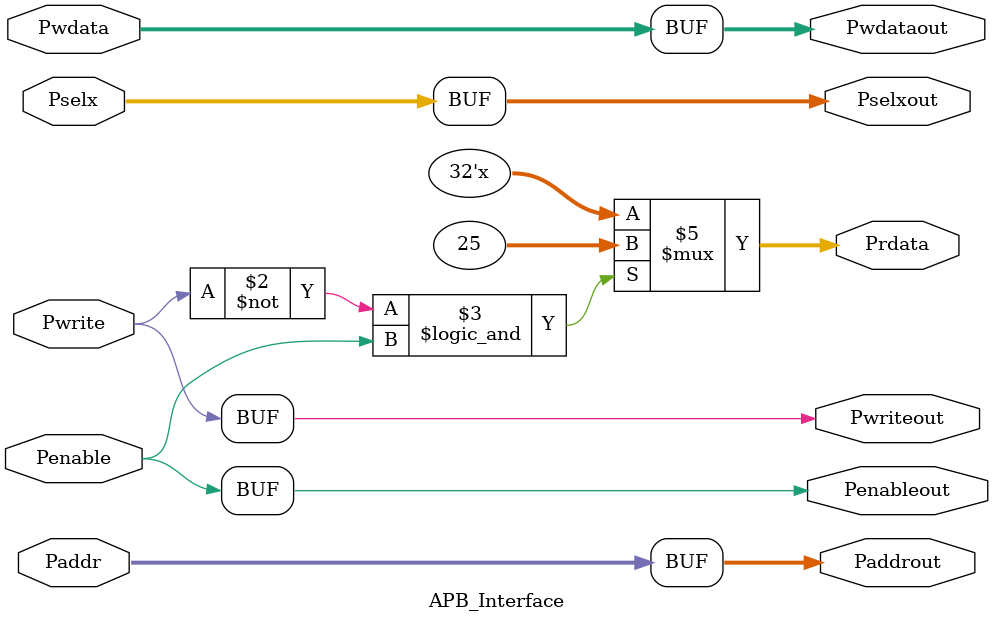
<source format=v>
module APB_Interface(Pwrite,Pselx,Penable,Paddr,Pwdata,Pwriteout,Pselxout,Penableout,Paddrout,Pwdataout,Prdata);

input Pwrite,Penable;
input [2:0] Pselx;
input [31:0] Pwdata,Paddr;

output Pwriteout,Penableout;
output [2:0] Pselxout;
output [31:0] Pwdataout,Paddrout;
output reg [31:0] Prdata;

assign Penableout=Penable;
assign Pselxout=Pselx;
assign Pwriteout=Pwrite;
assign Paddrout=Paddr;
assign Pwdataout=Pwdata;

always @(*)
 begin
  if (~Pwrite && Penable)
   Prdata=8'd25;
 end

endmodule

</source>
